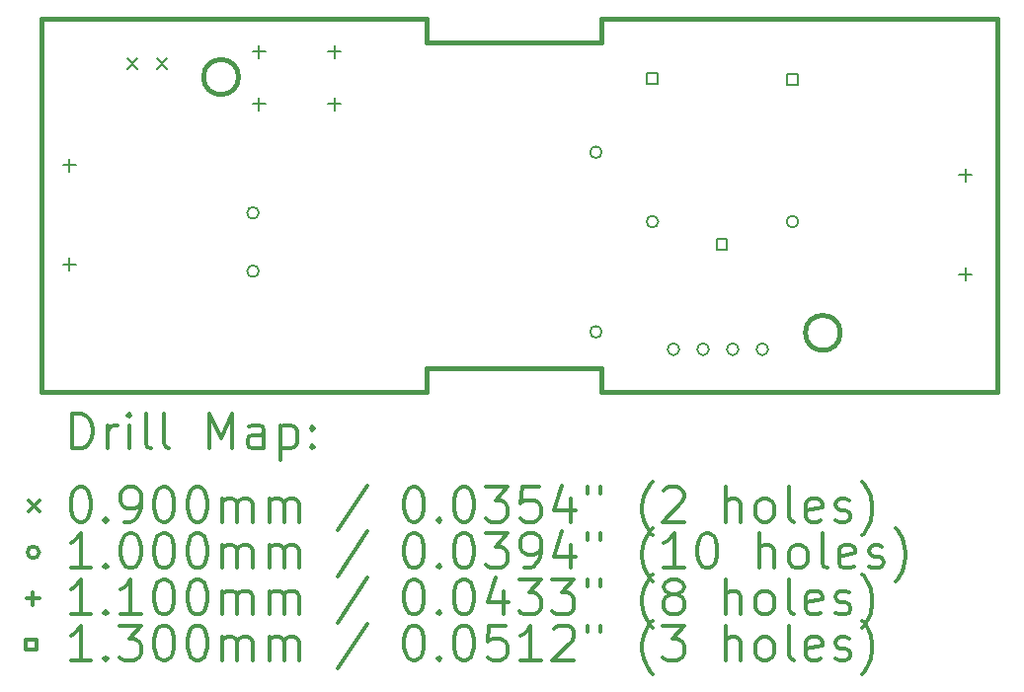
<source format=gbr>
%FSLAX45Y45*%
G04 Gerber Fmt 4.5, Leading zero omitted, Abs format (unit mm)*
G04 Created by KiCad (PCBNEW 5.1.12-84ad8e8a86~92~ubuntu20.04.1) date 2021-11-22 17:21:36*
%MOMM*%
%LPD*%
G01*
G04 APERTURE LIST*
%TA.AperFunction,Profile*%
%ADD10C,0.400000*%
%TD*%
%ADD11C,0.200000*%
%ADD12C,0.300000*%
G04 APERTURE END LIST*
D10*
X14716000Y-11105000D02*
X18116000Y-11105000D01*
X14716000Y-10905000D02*
X14716000Y-11105000D01*
X13216000Y-10905000D02*
X14716000Y-10905000D01*
X13216000Y-10905000D02*
X13216000Y-11105000D01*
X9916000Y-11105000D02*
X13216000Y-11105000D01*
X14716000Y-7905000D02*
X18116000Y-7905000D01*
X14716000Y-7905000D02*
X14716000Y-8105000D01*
X13216000Y-8105000D02*
X14716000Y-8105000D01*
X13216000Y-7905000D02*
X13216000Y-8105000D01*
X16766000Y-10599000D02*
G75*
G03*
X16766000Y-10599000I-150000J0D01*
G01*
X11606000Y-8405000D02*
G75*
G03*
X11606000Y-8405000I-150000J0D01*
G01*
X9916000Y-11105000D02*
X9916000Y-7905000D01*
X18116000Y-7905000D02*
X18116000Y-11105000D01*
X9916000Y-7905000D02*
X13216000Y-7905000D01*
D11*
X10650000Y-8245000D02*
X10740000Y-8335000D01*
X10740000Y-8245000D02*
X10650000Y-8335000D01*
X10904000Y-8245000D02*
X10994000Y-8335000D01*
X10994000Y-8245000D02*
X10904000Y-8335000D01*
X11780000Y-9570000D02*
G75*
G03*
X11780000Y-9570000I-50000J0D01*
G01*
X11780000Y-10070000D02*
G75*
G03*
X11780000Y-10070000I-50000J0D01*
G01*
X14720000Y-9050000D02*
G75*
G03*
X14720000Y-9050000I-50000J0D01*
G01*
X14720000Y-10590000D02*
G75*
G03*
X14720000Y-10590000I-50000J0D01*
G01*
X15205000Y-9645000D02*
G75*
G03*
X15205000Y-9645000I-50000J0D01*
G01*
X15385000Y-10740000D02*
G75*
G03*
X15385000Y-10740000I-50000J0D01*
G01*
X15639000Y-10740000D02*
G75*
G03*
X15639000Y-10740000I-50000J0D01*
G01*
X15893000Y-10740000D02*
G75*
G03*
X15893000Y-10740000I-50000J0D01*
G01*
X16147000Y-10740000D02*
G75*
G03*
X16147000Y-10740000I-50000J0D01*
G01*
X16405000Y-9645000D02*
G75*
G03*
X16405000Y-9645000I-50000J0D01*
G01*
X10155000Y-9105000D02*
X10155000Y-9215000D01*
X10100000Y-9160000D02*
X10210000Y-9160000D01*
X10155000Y-9955000D02*
X10155000Y-10065000D01*
X10100000Y-10010000D02*
X10210000Y-10010000D01*
X11780000Y-8130000D02*
X11780000Y-8240000D01*
X11725000Y-8185000D02*
X11835000Y-8185000D01*
X11780000Y-8580000D02*
X11780000Y-8690000D01*
X11725000Y-8635000D02*
X11835000Y-8635000D01*
X12430000Y-8130000D02*
X12430000Y-8240000D01*
X12375000Y-8185000D02*
X12485000Y-8185000D01*
X12430000Y-8580000D02*
X12430000Y-8690000D01*
X12375000Y-8635000D02*
X12485000Y-8635000D01*
X17840000Y-9190000D02*
X17840000Y-9300000D01*
X17785000Y-9245000D02*
X17895000Y-9245000D01*
X17840000Y-10040000D02*
X17840000Y-10150000D01*
X17785000Y-10095000D02*
X17895000Y-10095000D01*
X15195962Y-8465962D02*
X15195962Y-8374038D01*
X15104038Y-8374038D01*
X15104038Y-8465962D01*
X15195962Y-8465962D01*
X15795962Y-9885962D02*
X15795962Y-9794038D01*
X15704038Y-9794038D01*
X15704038Y-9885962D01*
X15795962Y-9885962D01*
X16400962Y-8470962D02*
X16400962Y-8379038D01*
X16309038Y-8379038D01*
X16309038Y-8470962D01*
X16400962Y-8470962D01*
D12*
X10182428Y-11590714D02*
X10182428Y-11290714D01*
X10253857Y-11290714D01*
X10296714Y-11305000D01*
X10325286Y-11333571D01*
X10339571Y-11362143D01*
X10353857Y-11419286D01*
X10353857Y-11462143D01*
X10339571Y-11519286D01*
X10325286Y-11547857D01*
X10296714Y-11576429D01*
X10253857Y-11590714D01*
X10182428Y-11590714D01*
X10482428Y-11590714D02*
X10482428Y-11390714D01*
X10482428Y-11447857D02*
X10496714Y-11419286D01*
X10511000Y-11405000D01*
X10539571Y-11390714D01*
X10568143Y-11390714D01*
X10668143Y-11590714D02*
X10668143Y-11390714D01*
X10668143Y-11290714D02*
X10653857Y-11305000D01*
X10668143Y-11319286D01*
X10682428Y-11305000D01*
X10668143Y-11290714D01*
X10668143Y-11319286D01*
X10853857Y-11590714D02*
X10825286Y-11576429D01*
X10811000Y-11547857D01*
X10811000Y-11290714D01*
X11011000Y-11590714D02*
X10982428Y-11576429D01*
X10968143Y-11547857D01*
X10968143Y-11290714D01*
X11353857Y-11590714D02*
X11353857Y-11290714D01*
X11453857Y-11505000D01*
X11553857Y-11290714D01*
X11553857Y-11590714D01*
X11825286Y-11590714D02*
X11825286Y-11433571D01*
X11811000Y-11405000D01*
X11782428Y-11390714D01*
X11725286Y-11390714D01*
X11696714Y-11405000D01*
X11825286Y-11576429D02*
X11796714Y-11590714D01*
X11725286Y-11590714D01*
X11696714Y-11576429D01*
X11682428Y-11547857D01*
X11682428Y-11519286D01*
X11696714Y-11490714D01*
X11725286Y-11476429D01*
X11796714Y-11476429D01*
X11825286Y-11462143D01*
X11968143Y-11390714D02*
X11968143Y-11690714D01*
X11968143Y-11405000D02*
X11996714Y-11390714D01*
X12053857Y-11390714D01*
X12082428Y-11405000D01*
X12096714Y-11419286D01*
X12111000Y-11447857D01*
X12111000Y-11533571D01*
X12096714Y-11562143D01*
X12082428Y-11576429D01*
X12053857Y-11590714D01*
X11996714Y-11590714D01*
X11968143Y-11576429D01*
X12239571Y-11562143D02*
X12253857Y-11576429D01*
X12239571Y-11590714D01*
X12225286Y-11576429D01*
X12239571Y-11562143D01*
X12239571Y-11590714D01*
X12239571Y-11405000D02*
X12253857Y-11419286D01*
X12239571Y-11433571D01*
X12225286Y-11419286D01*
X12239571Y-11405000D01*
X12239571Y-11433571D01*
X9806000Y-12040000D02*
X9896000Y-12130000D01*
X9896000Y-12040000D02*
X9806000Y-12130000D01*
X10239571Y-11920714D02*
X10268143Y-11920714D01*
X10296714Y-11935000D01*
X10311000Y-11949286D01*
X10325286Y-11977857D01*
X10339571Y-12035000D01*
X10339571Y-12106429D01*
X10325286Y-12163571D01*
X10311000Y-12192143D01*
X10296714Y-12206429D01*
X10268143Y-12220714D01*
X10239571Y-12220714D01*
X10211000Y-12206429D01*
X10196714Y-12192143D01*
X10182428Y-12163571D01*
X10168143Y-12106429D01*
X10168143Y-12035000D01*
X10182428Y-11977857D01*
X10196714Y-11949286D01*
X10211000Y-11935000D01*
X10239571Y-11920714D01*
X10468143Y-12192143D02*
X10482428Y-12206429D01*
X10468143Y-12220714D01*
X10453857Y-12206429D01*
X10468143Y-12192143D01*
X10468143Y-12220714D01*
X10625286Y-12220714D02*
X10682428Y-12220714D01*
X10711000Y-12206429D01*
X10725286Y-12192143D01*
X10753857Y-12149286D01*
X10768143Y-12092143D01*
X10768143Y-11977857D01*
X10753857Y-11949286D01*
X10739571Y-11935000D01*
X10711000Y-11920714D01*
X10653857Y-11920714D01*
X10625286Y-11935000D01*
X10611000Y-11949286D01*
X10596714Y-11977857D01*
X10596714Y-12049286D01*
X10611000Y-12077857D01*
X10625286Y-12092143D01*
X10653857Y-12106429D01*
X10711000Y-12106429D01*
X10739571Y-12092143D01*
X10753857Y-12077857D01*
X10768143Y-12049286D01*
X10953857Y-11920714D02*
X10982428Y-11920714D01*
X11011000Y-11935000D01*
X11025286Y-11949286D01*
X11039571Y-11977857D01*
X11053857Y-12035000D01*
X11053857Y-12106429D01*
X11039571Y-12163571D01*
X11025286Y-12192143D01*
X11011000Y-12206429D01*
X10982428Y-12220714D01*
X10953857Y-12220714D01*
X10925286Y-12206429D01*
X10911000Y-12192143D01*
X10896714Y-12163571D01*
X10882428Y-12106429D01*
X10882428Y-12035000D01*
X10896714Y-11977857D01*
X10911000Y-11949286D01*
X10925286Y-11935000D01*
X10953857Y-11920714D01*
X11239571Y-11920714D02*
X11268143Y-11920714D01*
X11296714Y-11935000D01*
X11311000Y-11949286D01*
X11325286Y-11977857D01*
X11339571Y-12035000D01*
X11339571Y-12106429D01*
X11325286Y-12163571D01*
X11311000Y-12192143D01*
X11296714Y-12206429D01*
X11268143Y-12220714D01*
X11239571Y-12220714D01*
X11211000Y-12206429D01*
X11196714Y-12192143D01*
X11182428Y-12163571D01*
X11168143Y-12106429D01*
X11168143Y-12035000D01*
X11182428Y-11977857D01*
X11196714Y-11949286D01*
X11211000Y-11935000D01*
X11239571Y-11920714D01*
X11468143Y-12220714D02*
X11468143Y-12020714D01*
X11468143Y-12049286D02*
X11482428Y-12035000D01*
X11511000Y-12020714D01*
X11553857Y-12020714D01*
X11582428Y-12035000D01*
X11596714Y-12063571D01*
X11596714Y-12220714D01*
X11596714Y-12063571D02*
X11611000Y-12035000D01*
X11639571Y-12020714D01*
X11682428Y-12020714D01*
X11711000Y-12035000D01*
X11725286Y-12063571D01*
X11725286Y-12220714D01*
X11868143Y-12220714D02*
X11868143Y-12020714D01*
X11868143Y-12049286D02*
X11882428Y-12035000D01*
X11911000Y-12020714D01*
X11953857Y-12020714D01*
X11982428Y-12035000D01*
X11996714Y-12063571D01*
X11996714Y-12220714D01*
X11996714Y-12063571D02*
X12011000Y-12035000D01*
X12039571Y-12020714D01*
X12082428Y-12020714D01*
X12111000Y-12035000D01*
X12125286Y-12063571D01*
X12125286Y-12220714D01*
X12711000Y-11906429D02*
X12453857Y-12292143D01*
X13096714Y-11920714D02*
X13125286Y-11920714D01*
X13153857Y-11935000D01*
X13168143Y-11949286D01*
X13182428Y-11977857D01*
X13196714Y-12035000D01*
X13196714Y-12106429D01*
X13182428Y-12163571D01*
X13168143Y-12192143D01*
X13153857Y-12206429D01*
X13125286Y-12220714D01*
X13096714Y-12220714D01*
X13068143Y-12206429D01*
X13053857Y-12192143D01*
X13039571Y-12163571D01*
X13025286Y-12106429D01*
X13025286Y-12035000D01*
X13039571Y-11977857D01*
X13053857Y-11949286D01*
X13068143Y-11935000D01*
X13096714Y-11920714D01*
X13325286Y-12192143D02*
X13339571Y-12206429D01*
X13325286Y-12220714D01*
X13311000Y-12206429D01*
X13325286Y-12192143D01*
X13325286Y-12220714D01*
X13525286Y-11920714D02*
X13553857Y-11920714D01*
X13582428Y-11935000D01*
X13596714Y-11949286D01*
X13611000Y-11977857D01*
X13625286Y-12035000D01*
X13625286Y-12106429D01*
X13611000Y-12163571D01*
X13596714Y-12192143D01*
X13582428Y-12206429D01*
X13553857Y-12220714D01*
X13525286Y-12220714D01*
X13496714Y-12206429D01*
X13482428Y-12192143D01*
X13468143Y-12163571D01*
X13453857Y-12106429D01*
X13453857Y-12035000D01*
X13468143Y-11977857D01*
X13482428Y-11949286D01*
X13496714Y-11935000D01*
X13525286Y-11920714D01*
X13725286Y-11920714D02*
X13911000Y-11920714D01*
X13811000Y-12035000D01*
X13853857Y-12035000D01*
X13882428Y-12049286D01*
X13896714Y-12063571D01*
X13911000Y-12092143D01*
X13911000Y-12163571D01*
X13896714Y-12192143D01*
X13882428Y-12206429D01*
X13853857Y-12220714D01*
X13768143Y-12220714D01*
X13739571Y-12206429D01*
X13725286Y-12192143D01*
X14182428Y-11920714D02*
X14039571Y-11920714D01*
X14025286Y-12063571D01*
X14039571Y-12049286D01*
X14068143Y-12035000D01*
X14139571Y-12035000D01*
X14168143Y-12049286D01*
X14182428Y-12063571D01*
X14196714Y-12092143D01*
X14196714Y-12163571D01*
X14182428Y-12192143D01*
X14168143Y-12206429D01*
X14139571Y-12220714D01*
X14068143Y-12220714D01*
X14039571Y-12206429D01*
X14025286Y-12192143D01*
X14453857Y-12020714D02*
X14453857Y-12220714D01*
X14382428Y-11906429D02*
X14311000Y-12120714D01*
X14496714Y-12120714D01*
X14596714Y-11920714D02*
X14596714Y-11977857D01*
X14711000Y-11920714D02*
X14711000Y-11977857D01*
X15153857Y-12335000D02*
X15139571Y-12320714D01*
X15111000Y-12277857D01*
X15096714Y-12249286D01*
X15082428Y-12206429D01*
X15068143Y-12135000D01*
X15068143Y-12077857D01*
X15082428Y-12006429D01*
X15096714Y-11963571D01*
X15111000Y-11935000D01*
X15139571Y-11892143D01*
X15153857Y-11877857D01*
X15253857Y-11949286D02*
X15268143Y-11935000D01*
X15296714Y-11920714D01*
X15368143Y-11920714D01*
X15396714Y-11935000D01*
X15411000Y-11949286D01*
X15425286Y-11977857D01*
X15425286Y-12006429D01*
X15411000Y-12049286D01*
X15239571Y-12220714D01*
X15425286Y-12220714D01*
X15782428Y-12220714D02*
X15782428Y-11920714D01*
X15911000Y-12220714D02*
X15911000Y-12063571D01*
X15896714Y-12035000D01*
X15868143Y-12020714D01*
X15825286Y-12020714D01*
X15796714Y-12035000D01*
X15782428Y-12049286D01*
X16096714Y-12220714D02*
X16068143Y-12206429D01*
X16053857Y-12192143D01*
X16039571Y-12163571D01*
X16039571Y-12077857D01*
X16053857Y-12049286D01*
X16068143Y-12035000D01*
X16096714Y-12020714D01*
X16139571Y-12020714D01*
X16168143Y-12035000D01*
X16182428Y-12049286D01*
X16196714Y-12077857D01*
X16196714Y-12163571D01*
X16182428Y-12192143D01*
X16168143Y-12206429D01*
X16139571Y-12220714D01*
X16096714Y-12220714D01*
X16368143Y-12220714D02*
X16339571Y-12206429D01*
X16325286Y-12177857D01*
X16325286Y-11920714D01*
X16596714Y-12206429D02*
X16568143Y-12220714D01*
X16511000Y-12220714D01*
X16482428Y-12206429D01*
X16468143Y-12177857D01*
X16468143Y-12063571D01*
X16482428Y-12035000D01*
X16511000Y-12020714D01*
X16568143Y-12020714D01*
X16596714Y-12035000D01*
X16611000Y-12063571D01*
X16611000Y-12092143D01*
X16468143Y-12120714D01*
X16725286Y-12206429D02*
X16753857Y-12220714D01*
X16811000Y-12220714D01*
X16839571Y-12206429D01*
X16853857Y-12177857D01*
X16853857Y-12163571D01*
X16839571Y-12135000D01*
X16811000Y-12120714D01*
X16768143Y-12120714D01*
X16739571Y-12106429D01*
X16725286Y-12077857D01*
X16725286Y-12063571D01*
X16739571Y-12035000D01*
X16768143Y-12020714D01*
X16811000Y-12020714D01*
X16839571Y-12035000D01*
X16953857Y-12335000D02*
X16968143Y-12320714D01*
X16996714Y-12277857D01*
X17011000Y-12249286D01*
X17025286Y-12206429D01*
X17039571Y-12135000D01*
X17039571Y-12077857D01*
X17025286Y-12006429D01*
X17011000Y-11963571D01*
X16996714Y-11935000D01*
X16968143Y-11892143D01*
X16953857Y-11877857D01*
X9896000Y-12481000D02*
G75*
G03*
X9896000Y-12481000I-50000J0D01*
G01*
X10339571Y-12616714D02*
X10168143Y-12616714D01*
X10253857Y-12616714D02*
X10253857Y-12316714D01*
X10225286Y-12359571D01*
X10196714Y-12388143D01*
X10168143Y-12402429D01*
X10468143Y-12588143D02*
X10482428Y-12602429D01*
X10468143Y-12616714D01*
X10453857Y-12602429D01*
X10468143Y-12588143D01*
X10468143Y-12616714D01*
X10668143Y-12316714D02*
X10696714Y-12316714D01*
X10725286Y-12331000D01*
X10739571Y-12345286D01*
X10753857Y-12373857D01*
X10768143Y-12431000D01*
X10768143Y-12502429D01*
X10753857Y-12559571D01*
X10739571Y-12588143D01*
X10725286Y-12602429D01*
X10696714Y-12616714D01*
X10668143Y-12616714D01*
X10639571Y-12602429D01*
X10625286Y-12588143D01*
X10611000Y-12559571D01*
X10596714Y-12502429D01*
X10596714Y-12431000D01*
X10611000Y-12373857D01*
X10625286Y-12345286D01*
X10639571Y-12331000D01*
X10668143Y-12316714D01*
X10953857Y-12316714D02*
X10982428Y-12316714D01*
X11011000Y-12331000D01*
X11025286Y-12345286D01*
X11039571Y-12373857D01*
X11053857Y-12431000D01*
X11053857Y-12502429D01*
X11039571Y-12559571D01*
X11025286Y-12588143D01*
X11011000Y-12602429D01*
X10982428Y-12616714D01*
X10953857Y-12616714D01*
X10925286Y-12602429D01*
X10911000Y-12588143D01*
X10896714Y-12559571D01*
X10882428Y-12502429D01*
X10882428Y-12431000D01*
X10896714Y-12373857D01*
X10911000Y-12345286D01*
X10925286Y-12331000D01*
X10953857Y-12316714D01*
X11239571Y-12316714D02*
X11268143Y-12316714D01*
X11296714Y-12331000D01*
X11311000Y-12345286D01*
X11325286Y-12373857D01*
X11339571Y-12431000D01*
X11339571Y-12502429D01*
X11325286Y-12559571D01*
X11311000Y-12588143D01*
X11296714Y-12602429D01*
X11268143Y-12616714D01*
X11239571Y-12616714D01*
X11211000Y-12602429D01*
X11196714Y-12588143D01*
X11182428Y-12559571D01*
X11168143Y-12502429D01*
X11168143Y-12431000D01*
X11182428Y-12373857D01*
X11196714Y-12345286D01*
X11211000Y-12331000D01*
X11239571Y-12316714D01*
X11468143Y-12616714D02*
X11468143Y-12416714D01*
X11468143Y-12445286D02*
X11482428Y-12431000D01*
X11511000Y-12416714D01*
X11553857Y-12416714D01*
X11582428Y-12431000D01*
X11596714Y-12459571D01*
X11596714Y-12616714D01*
X11596714Y-12459571D02*
X11611000Y-12431000D01*
X11639571Y-12416714D01*
X11682428Y-12416714D01*
X11711000Y-12431000D01*
X11725286Y-12459571D01*
X11725286Y-12616714D01*
X11868143Y-12616714D02*
X11868143Y-12416714D01*
X11868143Y-12445286D02*
X11882428Y-12431000D01*
X11911000Y-12416714D01*
X11953857Y-12416714D01*
X11982428Y-12431000D01*
X11996714Y-12459571D01*
X11996714Y-12616714D01*
X11996714Y-12459571D02*
X12011000Y-12431000D01*
X12039571Y-12416714D01*
X12082428Y-12416714D01*
X12111000Y-12431000D01*
X12125286Y-12459571D01*
X12125286Y-12616714D01*
X12711000Y-12302429D02*
X12453857Y-12688143D01*
X13096714Y-12316714D02*
X13125286Y-12316714D01*
X13153857Y-12331000D01*
X13168143Y-12345286D01*
X13182428Y-12373857D01*
X13196714Y-12431000D01*
X13196714Y-12502429D01*
X13182428Y-12559571D01*
X13168143Y-12588143D01*
X13153857Y-12602429D01*
X13125286Y-12616714D01*
X13096714Y-12616714D01*
X13068143Y-12602429D01*
X13053857Y-12588143D01*
X13039571Y-12559571D01*
X13025286Y-12502429D01*
X13025286Y-12431000D01*
X13039571Y-12373857D01*
X13053857Y-12345286D01*
X13068143Y-12331000D01*
X13096714Y-12316714D01*
X13325286Y-12588143D02*
X13339571Y-12602429D01*
X13325286Y-12616714D01*
X13311000Y-12602429D01*
X13325286Y-12588143D01*
X13325286Y-12616714D01*
X13525286Y-12316714D02*
X13553857Y-12316714D01*
X13582428Y-12331000D01*
X13596714Y-12345286D01*
X13611000Y-12373857D01*
X13625286Y-12431000D01*
X13625286Y-12502429D01*
X13611000Y-12559571D01*
X13596714Y-12588143D01*
X13582428Y-12602429D01*
X13553857Y-12616714D01*
X13525286Y-12616714D01*
X13496714Y-12602429D01*
X13482428Y-12588143D01*
X13468143Y-12559571D01*
X13453857Y-12502429D01*
X13453857Y-12431000D01*
X13468143Y-12373857D01*
X13482428Y-12345286D01*
X13496714Y-12331000D01*
X13525286Y-12316714D01*
X13725286Y-12316714D02*
X13911000Y-12316714D01*
X13811000Y-12431000D01*
X13853857Y-12431000D01*
X13882428Y-12445286D01*
X13896714Y-12459571D01*
X13911000Y-12488143D01*
X13911000Y-12559571D01*
X13896714Y-12588143D01*
X13882428Y-12602429D01*
X13853857Y-12616714D01*
X13768143Y-12616714D01*
X13739571Y-12602429D01*
X13725286Y-12588143D01*
X14053857Y-12616714D02*
X14111000Y-12616714D01*
X14139571Y-12602429D01*
X14153857Y-12588143D01*
X14182428Y-12545286D01*
X14196714Y-12488143D01*
X14196714Y-12373857D01*
X14182428Y-12345286D01*
X14168143Y-12331000D01*
X14139571Y-12316714D01*
X14082428Y-12316714D01*
X14053857Y-12331000D01*
X14039571Y-12345286D01*
X14025286Y-12373857D01*
X14025286Y-12445286D01*
X14039571Y-12473857D01*
X14053857Y-12488143D01*
X14082428Y-12502429D01*
X14139571Y-12502429D01*
X14168143Y-12488143D01*
X14182428Y-12473857D01*
X14196714Y-12445286D01*
X14453857Y-12416714D02*
X14453857Y-12616714D01*
X14382428Y-12302429D02*
X14311000Y-12516714D01*
X14496714Y-12516714D01*
X14596714Y-12316714D02*
X14596714Y-12373857D01*
X14711000Y-12316714D02*
X14711000Y-12373857D01*
X15153857Y-12731000D02*
X15139571Y-12716714D01*
X15111000Y-12673857D01*
X15096714Y-12645286D01*
X15082428Y-12602429D01*
X15068143Y-12531000D01*
X15068143Y-12473857D01*
X15082428Y-12402429D01*
X15096714Y-12359571D01*
X15111000Y-12331000D01*
X15139571Y-12288143D01*
X15153857Y-12273857D01*
X15425286Y-12616714D02*
X15253857Y-12616714D01*
X15339571Y-12616714D02*
X15339571Y-12316714D01*
X15311000Y-12359571D01*
X15282428Y-12388143D01*
X15253857Y-12402429D01*
X15611000Y-12316714D02*
X15639571Y-12316714D01*
X15668143Y-12331000D01*
X15682428Y-12345286D01*
X15696714Y-12373857D01*
X15711000Y-12431000D01*
X15711000Y-12502429D01*
X15696714Y-12559571D01*
X15682428Y-12588143D01*
X15668143Y-12602429D01*
X15639571Y-12616714D01*
X15611000Y-12616714D01*
X15582428Y-12602429D01*
X15568143Y-12588143D01*
X15553857Y-12559571D01*
X15539571Y-12502429D01*
X15539571Y-12431000D01*
X15553857Y-12373857D01*
X15568143Y-12345286D01*
X15582428Y-12331000D01*
X15611000Y-12316714D01*
X16068143Y-12616714D02*
X16068143Y-12316714D01*
X16196714Y-12616714D02*
X16196714Y-12459571D01*
X16182428Y-12431000D01*
X16153857Y-12416714D01*
X16111000Y-12416714D01*
X16082428Y-12431000D01*
X16068143Y-12445286D01*
X16382428Y-12616714D02*
X16353857Y-12602429D01*
X16339571Y-12588143D01*
X16325286Y-12559571D01*
X16325286Y-12473857D01*
X16339571Y-12445286D01*
X16353857Y-12431000D01*
X16382428Y-12416714D01*
X16425286Y-12416714D01*
X16453857Y-12431000D01*
X16468143Y-12445286D01*
X16482428Y-12473857D01*
X16482428Y-12559571D01*
X16468143Y-12588143D01*
X16453857Y-12602429D01*
X16425286Y-12616714D01*
X16382428Y-12616714D01*
X16653857Y-12616714D02*
X16625286Y-12602429D01*
X16611000Y-12573857D01*
X16611000Y-12316714D01*
X16882428Y-12602429D02*
X16853857Y-12616714D01*
X16796714Y-12616714D01*
X16768143Y-12602429D01*
X16753857Y-12573857D01*
X16753857Y-12459571D01*
X16768143Y-12431000D01*
X16796714Y-12416714D01*
X16853857Y-12416714D01*
X16882428Y-12431000D01*
X16896714Y-12459571D01*
X16896714Y-12488143D01*
X16753857Y-12516714D01*
X17011000Y-12602429D02*
X17039571Y-12616714D01*
X17096714Y-12616714D01*
X17125286Y-12602429D01*
X17139571Y-12573857D01*
X17139571Y-12559571D01*
X17125286Y-12531000D01*
X17096714Y-12516714D01*
X17053857Y-12516714D01*
X17025286Y-12502429D01*
X17011000Y-12473857D01*
X17011000Y-12459571D01*
X17025286Y-12431000D01*
X17053857Y-12416714D01*
X17096714Y-12416714D01*
X17125286Y-12431000D01*
X17239571Y-12731000D02*
X17253857Y-12716714D01*
X17282428Y-12673857D01*
X17296714Y-12645286D01*
X17311000Y-12602429D01*
X17325286Y-12531000D01*
X17325286Y-12473857D01*
X17311000Y-12402429D01*
X17296714Y-12359571D01*
X17282428Y-12331000D01*
X17253857Y-12288143D01*
X17239571Y-12273857D01*
X9841000Y-12822000D02*
X9841000Y-12932000D01*
X9786000Y-12877000D02*
X9896000Y-12877000D01*
X10339571Y-13012714D02*
X10168143Y-13012714D01*
X10253857Y-13012714D02*
X10253857Y-12712714D01*
X10225286Y-12755571D01*
X10196714Y-12784143D01*
X10168143Y-12798429D01*
X10468143Y-12984143D02*
X10482428Y-12998429D01*
X10468143Y-13012714D01*
X10453857Y-12998429D01*
X10468143Y-12984143D01*
X10468143Y-13012714D01*
X10768143Y-13012714D02*
X10596714Y-13012714D01*
X10682428Y-13012714D02*
X10682428Y-12712714D01*
X10653857Y-12755571D01*
X10625286Y-12784143D01*
X10596714Y-12798429D01*
X10953857Y-12712714D02*
X10982428Y-12712714D01*
X11011000Y-12727000D01*
X11025286Y-12741286D01*
X11039571Y-12769857D01*
X11053857Y-12827000D01*
X11053857Y-12898429D01*
X11039571Y-12955571D01*
X11025286Y-12984143D01*
X11011000Y-12998429D01*
X10982428Y-13012714D01*
X10953857Y-13012714D01*
X10925286Y-12998429D01*
X10911000Y-12984143D01*
X10896714Y-12955571D01*
X10882428Y-12898429D01*
X10882428Y-12827000D01*
X10896714Y-12769857D01*
X10911000Y-12741286D01*
X10925286Y-12727000D01*
X10953857Y-12712714D01*
X11239571Y-12712714D02*
X11268143Y-12712714D01*
X11296714Y-12727000D01*
X11311000Y-12741286D01*
X11325286Y-12769857D01*
X11339571Y-12827000D01*
X11339571Y-12898429D01*
X11325286Y-12955571D01*
X11311000Y-12984143D01*
X11296714Y-12998429D01*
X11268143Y-13012714D01*
X11239571Y-13012714D01*
X11211000Y-12998429D01*
X11196714Y-12984143D01*
X11182428Y-12955571D01*
X11168143Y-12898429D01*
X11168143Y-12827000D01*
X11182428Y-12769857D01*
X11196714Y-12741286D01*
X11211000Y-12727000D01*
X11239571Y-12712714D01*
X11468143Y-13012714D02*
X11468143Y-12812714D01*
X11468143Y-12841286D02*
X11482428Y-12827000D01*
X11511000Y-12812714D01*
X11553857Y-12812714D01*
X11582428Y-12827000D01*
X11596714Y-12855571D01*
X11596714Y-13012714D01*
X11596714Y-12855571D02*
X11611000Y-12827000D01*
X11639571Y-12812714D01*
X11682428Y-12812714D01*
X11711000Y-12827000D01*
X11725286Y-12855571D01*
X11725286Y-13012714D01*
X11868143Y-13012714D02*
X11868143Y-12812714D01*
X11868143Y-12841286D02*
X11882428Y-12827000D01*
X11911000Y-12812714D01*
X11953857Y-12812714D01*
X11982428Y-12827000D01*
X11996714Y-12855571D01*
X11996714Y-13012714D01*
X11996714Y-12855571D02*
X12011000Y-12827000D01*
X12039571Y-12812714D01*
X12082428Y-12812714D01*
X12111000Y-12827000D01*
X12125286Y-12855571D01*
X12125286Y-13012714D01*
X12711000Y-12698429D02*
X12453857Y-13084143D01*
X13096714Y-12712714D02*
X13125286Y-12712714D01*
X13153857Y-12727000D01*
X13168143Y-12741286D01*
X13182428Y-12769857D01*
X13196714Y-12827000D01*
X13196714Y-12898429D01*
X13182428Y-12955571D01*
X13168143Y-12984143D01*
X13153857Y-12998429D01*
X13125286Y-13012714D01*
X13096714Y-13012714D01*
X13068143Y-12998429D01*
X13053857Y-12984143D01*
X13039571Y-12955571D01*
X13025286Y-12898429D01*
X13025286Y-12827000D01*
X13039571Y-12769857D01*
X13053857Y-12741286D01*
X13068143Y-12727000D01*
X13096714Y-12712714D01*
X13325286Y-12984143D02*
X13339571Y-12998429D01*
X13325286Y-13012714D01*
X13311000Y-12998429D01*
X13325286Y-12984143D01*
X13325286Y-13012714D01*
X13525286Y-12712714D02*
X13553857Y-12712714D01*
X13582428Y-12727000D01*
X13596714Y-12741286D01*
X13611000Y-12769857D01*
X13625286Y-12827000D01*
X13625286Y-12898429D01*
X13611000Y-12955571D01*
X13596714Y-12984143D01*
X13582428Y-12998429D01*
X13553857Y-13012714D01*
X13525286Y-13012714D01*
X13496714Y-12998429D01*
X13482428Y-12984143D01*
X13468143Y-12955571D01*
X13453857Y-12898429D01*
X13453857Y-12827000D01*
X13468143Y-12769857D01*
X13482428Y-12741286D01*
X13496714Y-12727000D01*
X13525286Y-12712714D01*
X13882428Y-12812714D02*
X13882428Y-13012714D01*
X13811000Y-12698429D02*
X13739571Y-12912714D01*
X13925286Y-12912714D01*
X14011000Y-12712714D02*
X14196714Y-12712714D01*
X14096714Y-12827000D01*
X14139571Y-12827000D01*
X14168143Y-12841286D01*
X14182428Y-12855571D01*
X14196714Y-12884143D01*
X14196714Y-12955571D01*
X14182428Y-12984143D01*
X14168143Y-12998429D01*
X14139571Y-13012714D01*
X14053857Y-13012714D01*
X14025286Y-12998429D01*
X14011000Y-12984143D01*
X14296714Y-12712714D02*
X14482428Y-12712714D01*
X14382428Y-12827000D01*
X14425286Y-12827000D01*
X14453857Y-12841286D01*
X14468143Y-12855571D01*
X14482428Y-12884143D01*
X14482428Y-12955571D01*
X14468143Y-12984143D01*
X14453857Y-12998429D01*
X14425286Y-13012714D01*
X14339571Y-13012714D01*
X14311000Y-12998429D01*
X14296714Y-12984143D01*
X14596714Y-12712714D02*
X14596714Y-12769857D01*
X14711000Y-12712714D02*
X14711000Y-12769857D01*
X15153857Y-13127000D02*
X15139571Y-13112714D01*
X15111000Y-13069857D01*
X15096714Y-13041286D01*
X15082428Y-12998429D01*
X15068143Y-12927000D01*
X15068143Y-12869857D01*
X15082428Y-12798429D01*
X15096714Y-12755571D01*
X15111000Y-12727000D01*
X15139571Y-12684143D01*
X15153857Y-12669857D01*
X15311000Y-12841286D02*
X15282428Y-12827000D01*
X15268143Y-12812714D01*
X15253857Y-12784143D01*
X15253857Y-12769857D01*
X15268143Y-12741286D01*
X15282428Y-12727000D01*
X15311000Y-12712714D01*
X15368143Y-12712714D01*
X15396714Y-12727000D01*
X15411000Y-12741286D01*
X15425286Y-12769857D01*
X15425286Y-12784143D01*
X15411000Y-12812714D01*
X15396714Y-12827000D01*
X15368143Y-12841286D01*
X15311000Y-12841286D01*
X15282428Y-12855571D01*
X15268143Y-12869857D01*
X15253857Y-12898429D01*
X15253857Y-12955571D01*
X15268143Y-12984143D01*
X15282428Y-12998429D01*
X15311000Y-13012714D01*
X15368143Y-13012714D01*
X15396714Y-12998429D01*
X15411000Y-12984143D01*
X15425286Y-12955571D01*
X15425286Y-12898429D01*
X15411000Y-12869857D01*
X15396714Y-12855571D01*
X15368143Y-12841286D01*
X15782428Y-13012714D02*
X15782428Y-12712714D01*
X15911000Y-13012714D02*
X15911000Y-12855571D01*
X15896714Y-12827000D01*
X15868143Y-12812714D01*
X15825286Y-12812714D01*
X15796714Y-12827000D01*
X15782428Y-12841286D01*
X16096714Y-13012714D02*
X16068143Y-12998429D01*
X16053857Y-12984143D01*
X16039571Y-12955571D01*
X16039571Y-12869857D01*
X16053857Y-12841286D01*
X16068143Y-12827000D01*
X16096714Y-12812714D01*
X16139571Y-12812714D01*
X16168143Y-12827000D01*
X16182428Y-12841286D01*
X16196714Y-12869857D01*
X16196714Y-12955571D01*
X16182428Y-12984143D01*
X16168143Y-12998429D01*
X16139571Y-13012714D01*
X16096714Y-13012714D01*
X16368143Y-13012714D02*
X16339571Y-12998429D01*
X16325286Y-12969857D01*
X16325286Y-12712714D01*
X16596714Y-12998429D02*
X16568143Y-13012714D01*
X16511000Y-13012714D01*
X16482428Y-12998429D01*
X16468143Y-12969857D01*
X16468143Y-12855571D01*
X16482428Y-12827000D01*
X16511000Y-12812714D01*
X16568143Y-12812714D01*
X16596714Y-12827000D01*
X16611000Y-12855571D01*
X16611000Y-12884143D01*
X16468143Y-12912714D01*
X16725286Y-12998429D02*
X16753857Y-13012714D01*
X16811000Y-13012714D01*
X16839571Y-12998429D01*
X16853857Y-12969857D01*
X16853857Y-12955571D01*
X16839571Y-12927000D01*
X16811000Y-12912714D01*
X16768143Y-12912714D01*
X16739571Y-12898429D01*
X16725286Y-12869857D01*
X16725286Y-12855571D01*
X16739571Y-12827000D01*
X16768143Y-12812714D01*
X16811000Y-12812714D01*
X16839571Y-12827000D01*
X16953857Y-13127000D02*
X16968143Y-13112714D01*
X16996714Y-13069857D01*
X17011000Y-13041286D01*
X17025286Y-12998429D01*
X17039571Y-12927000D01*
X17039571Y-12869857D01*
X17025286Y-12798429D01*
X17011000Y-12755571D01*
X16996714Y-12727000D01*
X16968143Y-12684143D01*
X16953857Y-12669857D01*
X9876962Y-13318962D02*
X9876962Y-13227038D01*
X9785038Y-13227038D01*
X9785038Y-13318962D01*
X9876962Y-13318962D01*
X10339571Y-13408714D02*
X10168143Y-13408714D01*
X10253857Y-13408714D02*
X10253857Y-13108714D01*
X10225286Y-13151571D01*
X10196714Y-13180143D01*
X10168143Y-13194429D01*
X10468143Y-13380143D02*
X10482428Y-13394429D01*
X10468143Y-13408714D01*
X10453857Y-13394429D01*
X10468143Y-13380143D01*
X10468143Y-13408714D01*
X10582428Y-13108714D02*
X10768143Y-13108714D01*
X10668143Y-13223000D01*
X10711000Y-13223000D01*
X10739571Y-13237286D01*
X10753857Y-13251571D01*
X10768143Y-13280143D01*
X10768143Y-13351571D01*
X10753857Y-13380143D01*
X10739571Y-13394429D01*
X10711000Y-13408714D01*
X10625286Y-13408714D01*
X10596714Y-13394429D01*
X10582428Y-13380143D01*
X10953857Y-13108714D02*
X10982428Y-13108714D01*
X11011000Y-13123000D01*
X11025286Y-13137286D01*
X11039571Y-13165857D01*
X11053857Y-13223000D01*
X11053857Y-13294429D01*
X11039571Y-13351571D01*
X11025286Y-13380143D01*
X11011000Y-13394429D01*
X10982428Y-13408714D01*
X10953857Y-13408714D01*
X10925286Y-13394429D01*
X10911000Y-13380143D01*
X10896714Y-13351571D01*
X10882428Y-13294429D01*
X10882428Y-13223000D01*
X10896714Y-13165857D01*
X10911000Y-13137286D01*
X10925286Y-13123000D01*
X10953857Y-13108714D01*
X11239571Y-13108714D02*
X11268143Y-13108714D01*
X11296714Y-13123000D01*
X11311000Y-13137286D01*
X11325286Y-13165857D01*
X11339571Y-13223000D01*
X11339571Y-13294429D01*
X11325286Y-13351571D01*
X11311000Y-13380143D01*
X11296714Y-13394429D01*
X11268143Y-13408714D01*
X11239571Y-13408714D01*
X11211000Y-13394429D01*
X11196714Y-13380143D01*
X11182428Y-13351571D01*
X11168143Y-13294429D01*
X11168143Y-13223000D01*
X11182428Y-13165857D01*
X11196714Y-13137286D01*
X11211000Y-13123000D01*
X11239571Y-13108714D01*
X11468143Y-13408714D02*
X11468143Y-13208714D01*
X11468143Y-13237286D02*
X11482428Y-13223000D01*
X11511000Y-13208714D01*
X11553857Y-13208714D01*
X11582428Y-13223000D01*
X11596714Y-13251571D01*
X11596714Y-13408714D01*
X11596714Y-13251571D02*
X11611000Y-13223000D01*
X11639571Y-13208714D01*
X11682428Y-13208714D01*
X11711000Y-13223000D01*
X11725286Y-13251571D01*
X11725286Y-13408714D01*
X11868143Y-13408714D02*
X11868143Y-13208714D01*
X11868143Y-13237286D02*
X11882428Y-13223000D01*
X11911000Y-13208714D01*
X11953857Y-13208714D01*
X11982428Y-13223000D01*
X11996714Y-13251571D01*
X11996714Y-13408714D01*
X11996714Y-13251571D02*
X12011000Y-13223000D01*
X12039571Y-13208714D01*
X12082428Y-13208714D01*
X12111000Y-13223000D01*
X12125286Y-13251571D01*
X12125286Y-13408714D01*
X12711000Y-13094429D02*
X12453857Y-13480143D01*
X13096714Y-13108714D02*
X13125286Y-13108714D01*
X13153857Y-13123000D01*
X13168143Y-13137286D01*
X13182428Y-13165857D01*
X13196714Y-13223000D01*
X13196714Y-13294429D01*
X13182428Y-13351571D01*
X13168143Y-13380143D01*
X13153857Y-13394429D01*
X13125286Y-13408714D01*
X13096714Y-13408714D01*
X13068143Y-13394429D01*
X13053857Y-13380143D01*
X13039571Y-13351571D01*
X13025286Y-13294429D01*
X13025286Y-13223000D01*
X13039571Y-13165857D01*
X13053857Y-13137286D01*
X13068143Y-13123000D01*
X13096714Y-13108714D01*
X13325286Y-13380143D02*
X13339571Y-13394429D01*
X13325286Y-13408714D01*
X13311000Y-13394429D01*
X13325286Y-13380143D01*
X13325286Y-13408714D01*
X13525286Y-13108714D02*
X13553857Y-13108714D01*
X13582428Y-13123000D01*
X13596714Y-13137286D01*
X13611000Y-13165857D01*
X13625286Y-13223000D01*
X13625286Y-13294429D01*
X13611000Y-13351571D01*
X13596714Y-13380143D01*
X13582428Y-13394429D01*
X13553857Y-13408714D01*
X13525286Y-13408714D01*
X13496714Y-13394429D01*
X13482428Y-13380143D01*
X13468143Y-13351571D01*
X13453857Y-13294429D01*
X13453857Y-13223000D01*
X13468143Y-13165857D01*
X13482428Y-13137286D01*
X13496714Y-13123000D01*
X13525286Y-13108714D01*
X13896714Y-13108714D02*
X13753857Y-13108714D01*
X13739571Y-13251571D01*
X13753857Y-13237286D01*
X13782428Y-13223000D01*
X13853857Y-13223000D01*
X13882428Y-13237286D01*
X13896714Y-13251571D01*
X13911000Y-13280143D01*
X13911000Y-13351571D01*
X13896714Y-13380143D01*
X13882428Y-13394429D01*
X13853857Y-13408714D01*
X13782428Y-13408714D01*
X13753857Y-13394429D01*
X13739571Y-13380143D01*
X14196714Y-13408714D02*
X14025286Y-13408714D01*
X14111000Y-13408714D02*
X14111000Y-13108714D01*
X14082428Y-13151571D01*
X14053857Y-13180143D01*
X14025286Y-13194429D01*
X14311000Y-13137286D02*
X14325286Y-13123000D01*
X14353857Y-13108714D01*
X14425286Y-13108714D01*
X14453857Y-13123000D01*
X14468143Y-13137286D01*
X14482428Y-13165857D01*
X14482428Y-13194429D01*
X14468143Y-13237286D01*
X14296714Y-13408714D01*
X14482428Y-13408714D01*
X14596714Y-13108714D02*
X14596714Y-13165857D01*
X14711000Y-13108714D02*
X14711000Y-13165857D01*
X15153857Y-13523000D02*
X15139571Y-13508714D01*
X15111000Y-13465857D01*
X15096714Y-13437286D01*
X15082428Y-13394429D01*
X15068143Y-13323000D01*
X15068143Y-13265857D01*
X15082428Y-13194429D01*
X15096714Y-13151571D01*
X15111000Y-13123000D01*
X15139571Y-13080143D01*
X15153857Y-13065857D01*
X15239571Y-13108714D02*
X15425286Y-13108714D01*
X15325286Y-13223000D01*
X15368143Y-13223000D01*
X15396714Y-13237286D01*
X15411000Y-13251571D01*
X15425286Y-13280143D01*
X15425286Y-13351571D01*
X15411000Y-13380143D01*
X15396714Y-13394429D01*
X15368143Y-13408714D01*
X15282428Y-13408714D01*
X15253857Y-13394429D01*
X15239571Y-13380143D01*
X15782428Y-13408714D02*
X15782428Y-13108714D01*
X15911000Y-13408714D02*
X15911000Y-13251571D01*
X15896714Y-13223000D01*
X15868143Y-13208714D01*
X15825286Y-13208714D01*
X15796714Y-13223000D01*
X15782428Y-13237286D01*
X16096714Y-13408714D02*
X16068143Y-13394429D01*
X16053857Y-13380143D01*
X16039571Y-13351571D01*
X16039571Y-13265857D01*
X16053857Y-13237286D01*
X16068143Y-13223000D01*
X16096714Y-13208714D01*
X16139571Y-13208714D01*
X16168143Y-13223000D01*
X16182428Y-13237286D01*
X16196714Y-13265857D01*
X16196714Y-13351571D01*
X16182428Y-13380143D01*
X16168143Y-13394429D01*
X16139571Y-13408714D01*
X16096714Y-13408714D01*
X16368143Y-13408714D02*
X16339571Y-13394429D01*
X16325286Y-13365857D01*
X16325286Y-13108714D01*
X16596714Y-13394429D02*
X16568143Y-13408714D01*
X16511000Y-13408714D01*
X16482428Y-13394429D01*
X16468143Y-13365857D01*
X16468143Y-13251571D01*
X16482428Y-13223000D01*
X16511000Y-13208714D01*
X16568143Y-13208714D01*
X16596714Y-13223000D01*
X16611000Y-13251571D01*
X16611000Y-13280143D01*
X16468143Y-13308714D01*
X16725286Y-13394429D02*
X16753857Y-13408714D01*
X16811000Y-13408714D01*
X16839571Y-13394429D01*
X16853857Y-13365857D01*
X16853857Y-13351571D01*
X16839571Y-13323000D01*
X16811000Y-13308714D01*
X16768143Y-13308714D01*
X16739571Y-13294429D01*
X16725286Y-13265857D01*
X16725286Y-13251571D01*
X16739571Y-13223000D01*
X16768143Y-13208714D01*
X16811000Y-13208714D01*
X16839571Y-13223000D01*
X16953857Y-13523000D02*
X16968143Y-13508714D01*
X16996714Y-13465857D01*
X17011000Y-13437286D01*
X17025286Y-13394429D01*
X17039571Y-13323000D01*
X17039571Y-13265857D01*
X17025286Y-13194429D01*
X17011000Y-13151571D01*
X16996714Y-13123000D01*
X16968143Y-13080143D01*
X16953857Y-13065857D01*
M02*

</source>
